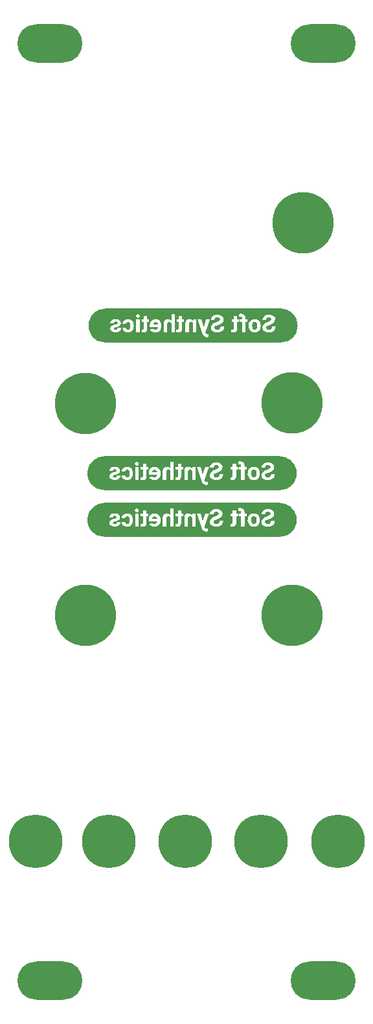
<source format=gbr>
%TF.GenerationSoftware,KiCad,Pcbnew,(6.0.8)*%
%TF.CreationDate,2023-04-30T16:13:03+01:00*%
%TF.ProjectId,Panel,50616e65-6c2e-46b6-9963-61645f706362,rev?*%
%TF.SameCoordinates,Original*%
%TF.FileFunction,Soldermask,Bot*%
%TF.FilePolarity,Negative*%
%FSLAX46Y46*%
G04 Gerber Fmt 4.6, Leading zero omitted, Abs format (unit mm)*
G04 Created by KiCad (PCBNEW (6.0.8)) date 2023-04-30 16:13:03*
%MOMM*%
%LPD*%
G01*
G04 APERTURE LIST*
%ADD10O,8.500000X5.000000*%
%ADD11C,8.000000*%
%ADD12C,7.000000*%
G04 APERTURE END LIST*
%TO.C,kibuzzard-644E6FAF*%
G36*
X125219566Y-72427473D02*
G01*
X125005315Y-72395692D01*
X124795212Y-72343063D01*
X124591278Y-72270095D01*
X124395479Y-72177489D01*
X124209700Y-72066137D01*
X124035730Y-71937112D01*
X123875244Y-71791656D01*
X123729788Y-71631170D01*
X123600762Y-71457199D01*
X123489410Y-71271420D01*
X123396804Y-71075621D01*
X123323836Y-70871687D01*
X123271208Y-70661584D01*
X123264598Y-70617023D01*
X126097358Y-70617023D01*
X126146579Y-70824568D01*
X126294245Y-70988318D01*
X126438250Y-71067125D01*
X126607748Y-71114409D01*
X126802741Y-71130170D01*
X127001760Y-71111373D01*
X127177137Y-71054981D01*
X127323058Y-70965839D01*
X127433710Y-70848792D01*
X127503473Y-70712560D01*
X127526728Y-70565863D01*
X127101947Y-70565863D01*
X127013581Y-70748798D01*
X126793439Y-70812360D01*
X126598877Y-70763526D01*
X126532990Y-70635626D01*
X126606095Y-70519354D01*
X127697260Y-70519354D01*
X127721289Y-70682717D01*
X127790277Y-70831739D01*
X127898604Y-70957700D01*
X128040650Y-71051880D01*
X128207888Y-71110597D01*
X128391791Y-71130170D01*
X128614689Y-71104762D01*
X128803825Y-71028540D01*
X128959198Y-70901502D01*
X129074609Y-70729678D01*
X129143855Y-70519096D01*
X129166938Y-70269757D01*
X129166938Y-70240302D01*
X129144028Y-69999317D01*
X129075298Y-69793128D01*
X128960749Y-69621735D01*
X128806236Y-69493405D01*
X128630698Y-69421747D01*
X129466144Y-69421747D01*
X129466144Y-71099164D01*
X129915729Y-71099164D01*
X129915729Y-71089862D01*
X130171527Y-71089862D01*
X130305240Y-71120093D01*
X130442829Y-71130170D01*
X130649599Y-71100424D01*
X130798621Y-71011185D01*
X130889894Y-70862454D01*
X130923420Y-70654230D01*
X130923420Y-70406183D01*
X131266034Y-70406183D01*
X132334186Y-70406183D01*
X132290584Y-70554236D01*
X132203186Y-70669733D01*
X132079357Y-70744147D01*
X131926459Y-70768952D01*
X131695853Y-70722055D01*
X131521833Y-70581366D01*
X131301691Y-70827863D01*
X131420288Y-70954793D01*
X131574543Y-71050330D01*
X131755927Y-71110210D01*
X131955915Y-71130170D01*
X132186650Y-71105021D01*
X132202195Y-71099164D01*
X133065924Y-71099164D01*
X133513959Y-71099164D01*
X133513959Y-70037213D01*
X133575971Y-69824048D01*
X133782160Y-69755060D01*
X133951917Y-69793042D01*
X134067414Y-69906989D01*
X134067414Y-71099164D01*
X134515448Y-71099164D01*
X134515448Y-71089862D01*
X134737140Y-71089862D01*
X134870853Y-71120093D01*
X135008442Y-71130170D01*
X135215212Y-71100424D01*
X135217316Y-71099164D01*
X135916913Y-71099164D01*
X136364948Y-71099164D01*
X136364948Y-70026361D01*
X136426960Y-69819397D01*
X136633149Y-69755060D01*
X136798642Y-69795368D01*
X136916852Y-69916291D01*
X136916852Y-71099164D01*
X137364887Y-71099164D01*
X137364887Y-69421747D01*
X137532318Y-69421747D01*
X138206696Y-71359613D01*
X138243903Y-71447980D01*
X138365859Y-71630570D01*
X138531224Y-71740124D01*
X138739997Y-71776642D01*
X138938434Y-71747187D01*
X138938434Y-71407672D01*
X138870221Y-71409223D01*
X138680310Y-71370465D01*
X138581867Y-71241791D01*
X138529157Y-71103815D01*
X138738729Y-70503852D01*
X139234540Y-70503852D01*
X139259173Y-70685150D01*
X139333070Y-70838370D01*
X139456232Y-70963513D01*
X139621080Y-71056100D01*
X139820034Y-71111653D01*
X140053095Y-71130170D01*
X140301917Y-71106334D01*
X140353878Y-71089862D01*
X141924298Y-71089862D01*
X142058011Y-71120093D01*
X142195600Y-71130170D01*
X142402370Y-71100424D01*
X142551392Y-71011185D01*
X142642665Y-70862454D01*
X142676191Y-70654230D01*
X142676191Y-69750409D01*
X142921137Y-69750409D01*
X142921137Y-69421747D01*
X142676191Y-69421747D01*
X142676191Y-69009369D01*
X142228156Y-69009369D01*
X142228156Y-69421747D01*
X141941352Y-69421747D01*
X141941352Y-69750409D01*
X142228156Y-69750409D01*
X142228156Y-70587567D01*
X142192499Y-70720893D01*
X142056073Y-70761200D01*
X141924298Y-70750348D01*
X141924298Y-71089862D01*
X140353878Y-71089862D01*
X140527485Y-71034827D01*
X140716039Y-70921849D01*
X140853821Y-70773603D01*
X140938118Y-70594544D01*
X140966217Y-70389130D01*
X140499579Y-70389130D01*
X140471674Y-70552589D01*
X140387958Y-70669345D01*
X140248432Y-70739399D01*
X140053095Y-70762750D01*
X139905429Y-70745891D01*
X139794196Y-70695313D01*
X139701178Y-70506952D01*
X139794196Y-70304639D01*
X139924421Y-70232163D01*
X140129059Y-70155811D01*
X140345713Y-70078102D01*
X140511982Y-70001557D01*
X140725577Y-69847044D01*
X140853735Y-69660492D01*
X140896454Y-69441901D01*
X140870681Y-69268849D01*
X140793360Y-69115564D01*
X140667786Y-68987859D01*
X140497254Y-68891547D01*
X140292421Y-68831085D01*
X140063947Y-68810932D01*
X139835279Y-68832830D01*
X139632965Y-68898523D01*
X139464952Y-69004137D01*
X139339185Y-69145795D01*
X139260701Y-69316327D01*
X139234540Y-69508563D01*
X139699628Y-69508563D01*
X139724045Y-69370781D01*
X139797297Y-69267493D01*
X139914731Y-69202962D01*
X140071698Y-69181452D01*
X140223240Y-69199474D01*
X140336798Y-69253540D01*
X140431366Y-69443451D01*
X140320520Y-69627936D01*
X140183513Y-69700025D01*
X139994184Y-69767462D01*
X139753544Y-69853418D01*
X139560791Y-69952120D01*
X139415924Y-70063568D01*
X139279886Y-70262006D01*
X139234540Y-70503852D01*
X138738729Y-70503852D01*
X139116718Y-69421747D01*
X138634577Y-69421747D01*
X138322968Y-70465094D01*
X138012909Y-69421747D01*
X137532318Y-69421747D01*
X137364887Y-69421747D01*
X136943207Y-69421747D01*
X136929255Y-69615534D01*
X136795757Y-69490649D01*
X136635043Y-69415718D01*
X136447113Y-69390741D01*
X136214569Y-69429886D01*
X136050238Y-69547321D01*
X135951795Y-69742658D01*
X135916913Y-70015509D01*
X135916913Y-71099164D01*
X135217316Y-71099164D01*
X135364234Y-71011185D01*
X135455507Y-70862454D01*
X135489032Y-70654230D01*
X135489032Y-69750409D01*
X135733979Y-69750409D01*
X135733979Y-69421747D01*
X135489032Y-69421747D01*
X135489032Y-69009369D01*
X135040998Y-69009369D01*
X135040998Y-69421747D01*
X134754193Y-69421747D01*
X134754193Y-69750409D01*
X135040998Y-69750409D01*
X135040998Y-70587567D01*
X135005341Y-70720893D01*
X134868915Y-70761200D01*
X134737140Y-70750348D01*
X134737140Y-71089862D01*
X134515448Y-71089862D01*
X134515448Y-68717914D01*
X134067414Y-68717914D01*
X134067414Y-69604682D01*
X133938395Y-69485826D01*
X133789050Y-69414512D01*
X133619379Y-69390741D01*
X133422616Y-69416104D01*
X133268889Y-69492192D01*
X133158198Y-69619006D01*
X133090543Y-69796546D01*
X133065924Y-70024811D01*
X133065924Y-71099164D01*
X132202195Y-71099164D01*
X132386896Y-71029573D01*
X132556653Y-70903827D01*
X132685414Y-70736223D01*
X132762670Y-70535202D01*
X132788422Y-70300763D01*
X132788422Y-70257355D01*
X132764005Y-70018029D01*
X132690754Y-69805445D01*
X132572737Y-69629099D01*
X132414026Y-69498487D01*
X132222371Y-69417678D01*
X132005524Y-69390741D01*
X131792359Y-69414857D01*
X131611750Y-69487204D01*
X131463697Y-69607782D01*
X131353884Y-69772630D01*
X131287997Y-69977785D01*
X131266034Y-70223249D01*
X131266034Y-70406183D01*
X130923420Y-70406183D01*
X130923420Y-69750409D01*
X131168366Y-69750409D01*
X131168366Y-69421747D01*
X130923420Y-69421747D01*
X130923420Y-69009369D01*
X130475385Y-69009369D01*
X130475385Y-69421747D01*
X130188581Y-69421747D01*
X130188581Y-69750409D01*
X130475385Y-69750409D01*
X130475385Y-70587567D01*
X130439728Y-70720893D01*
X130303302Y-70761200D01*
X130171527Y-70750348D01*
X130171527Y-71089862D01*
X129915729Y-71089862D01*
X129915729Y-69421747D01*
X129466144Y-69421747D01*
X128630698Y-69421747D01*
X128617617Y-69416407D01*
X128394892Y-69390741D01*
X128198952Y-69410637D01*
X128030745Y-69470323D01*
X127890271Y-69569800D01*
X127784421Y-69702350D01*
X127720084Y-69861255D01*
X127697260Y-70046515D01*
X128117389Y-70046515D01*
X128198005Y-69834900D01*
X128402643Y-69753510D01*
X128540038Y-69781996D01*
X128639063Y-69867456D01*
X128698943Y-70016866D01*
X128718903Y-70237201D01*
X128718903Y-70283710D01*
X128699137Y-70506177D01*
X128639838Y-70655780D01*
X128540232Y-70740659D01*
X128399543Y-70768952D01*
X128198005Y-70700739D01*
X128117389Y-70519354D01*
X127697260Y-70519354D01*
X126606095Y-70519354D01*
X126614380Y-70506177D01*
X126720382Y-70461412D01*
X126875605Y-70421686D01*
X127137410Y-70342815D01*
X127324414Y-70231775D01*
X127436617Y-70088567D01*
X127474018Y-69913190D01*
X127427703Y-69708357D01*
X127288758Y-69540344D01*
X127152590Y-69457232D01*
X126991101Y-69407364D01*
X126804291Y-69390741D01*
X126605595Y-69407450D01*
X126435321Y-69457576D01*
X126293470Y-69541120D01*
X126149874Y-69713977D01*
X126102008Y-69931793D01*
X126550043Y-69931793D01*
X126612055Y-69772888D01*
X126805841Y-69710102D01*
X126981025Y-69761261D01*
X127043036Y-69891486D01*
X126972498Y-70011634D01*
X126734528Y-70090698D01*
X126580274Y-70126161D01*
X126452375Y-70165888D01*
X126255143Y-70273891D01*
X126136804Y-70424270D01*
X126097358Y-70617023D01*
X123264598Y-70617023D01*
X123239427Y-70447334D01*
X123228799Y-70231000D01*
X123239427Y-70014666D01*
X123271208Y-69800416D01*
X123323836Y-69590313D01*
X123396804Y-69386379D01*
X123489410Y-69190580D01*
X123600762Y-69004801D01*
X123613471Y-68987665D01*
X129439789Y-68987665D01*
X129508777Y-69155097D01*
X129690937Y-69220209D01*
X129873096Y-69155097D01*
X129942084Y-68987665D01*
X129874646Y-68821784D01*
X129690937Y-68756671D01*
X129508002Y-68821784D01*
X129439789Y-68987665D01*
X123613471Y-68987665D01*
X123729788Y-68830830D01*
X123833534Y-68716364D01*
X142936640Y-68716364D01*
X142941291Y-69063629D01*
X143077716Y-69049677D01*
X143267240Y-69108975D01*
X143330414Y-69286872D01*
X143330414Y-69421747D01*
X142997101Y-69421747D01*
X142997101Y-69750409D01*
X143330414Y-69750409D01*
X143330414Y-71099164D01*
X143779999Y-71099164D01*
X143779999Y-70277509D01*
X144178424Y-70277509D01*
X144202368Y-70517890D01*
X144274198Y-70724338D01*
X144393915Y-70896851D01*
X144553940Y-71026473D01*
X144746693Y-71104246D01*
X144972174Y-71130170D01*
X145197742Y-71104332D01*
X145390754Y-71026817D01*
X145551209Y-70897626D01*
X145671357Y-70723993D01*
X145743445Y-70513153D01*
X145744346Y-70503852D01*
X145982965Y-70503852D01*
X146007598Y-70685150D01*
X146081495Y-70838370D01*
X146204657Y-70963513D01*
X146369505Y-71056100D01*
X146568459Y-71111653D01*
X146801520Y-71130170D01*
X147050342Y-71106334D01*
X147275910Y-71034827D01*
X147464464Y-70921849D01*
X147602246Y-70773603D01*
X147686544Y-70594544D01*
X147714643Y-70389130D01*
X147248005Y-70389130D01*
X147220099Y-70552589D01*
X147136383Y-70669345D01*
X146996857Y-70739399D01*
X146801520Y-70762750D01*
X146653855Y-70745891D01*
X146542621Y-70695313D01*
X146449604Y-70506952D01*
X146542621Y-70304639D01*
X146672846Y-70232163D01*
X146877485Y-70155811D01*
X147094138Y-70078102D01*
X147260407Y-70001557D01*
X147474003Y-69847044D01*
X147602160Y-69660492D01*
X147644880Y-69441901D01*
X147619106Y-69268849D01*
X147541785Y-69115564D01*
X147416211Y-68987859D01*
X147245679Y-68891547D01*
X147040847Y-68831085D01*
X146812372Y-68810932D01*
X146583704Y-68832830D01*
X146381391Y-68898523D01*
X146213378Y-69004137D01*
X146087610Y-69145795D01*
X146009127Y-69316327D01*
X145982965Y-69508563D01*
X146448053Y-69508563D01*
X146472470Y-69370781D01*
X146545722Y-69267493D01*
X146663157Y-69202962D01*
X146820124Y-69181452D01*
X146971665Y-69199474D01*
X147085224Y-69253540D01*
X147179792Y-69443451D01*
X147068946Y-69627936D01*
X146931939Y-69700025D01*
X146742609Y-69767462D01*
X146501969Y-69853418D01*
X146309216Y-69952120D01*
X146164350Y-70063568D01*
X146028312Y-70262006D01*
X145982965Y-70503852D01*
X145744346Y-70503852D01*
X145767475Y-70265106D01*
X145767475Y-70244953D01*
X145743445Y-70008921D01*
X145671357Y-69800019D01*
X145554116Y-69626773D01*
X145394629Y-69497711D01*
X145199486Y-69417484D01*
X144975275Y-69390741D01*
X144762799Y-69413823D01*
X144578056Y-69483070D01*
X144421045Y-69598480D01*
X144299003Y-69753510D01*
X144219163Y-69941612D01*
X144181525Y-70162787D01*
X144178424Y-70277509D01*
X143779999Y-70277509D01*
X143779999Y-69750409D01*
X144029596Y-69750409D01*
X144029596Y-69421747D01*
X143779999Y-69421747D01*
X143779999Y-69279120D01*
X143739498Y-69028554D01*
X143617994Y-68841162D01*
X143423626Y-68724309D01*
X143164533Y-68685358D01*
X142936640Y-68716364D01*
X123833534Y-68716364D01*
X123875244Y-68670344D01*
X124035730Y-68524888D01*
X124209700Y-68395863D01*
X124395479Y-68284511D01*
X124591278Y-68191905D01*
X124795212Y-68118937D01*
X125005315Y-68066308D01*
X125219566Y-68034527D01*
X125435899Y-68023900D01*
X148376101Y-68023900D01*
X148592435Y-68034527D01*
X148806685Y-68066308D01*
X149016788Y-68118937D01*
X149220722Y-68191905D01*
X149416521Y-68284511D01*
X149602300Y-68395863D01*
X149776271Y-68524888D01*
X149936757Y-68670344D01*
X150082213Y-68830830D01*
X150211238Y-69004801D01*
X150322590Y-69190580D01*
X150415196Y-69386379D01*
X150488164Y-69590313D01*
X150540792Y-69800416D01*
X150572573Y-70014666D01*
X150583201Y-70231000D01*
X150572573Y-70447334D01*
X150540792Y-70661584D01*
X150488164Y-70871687D01*
X150415196Y-71075621D01*
X150322590Y-71271420D01*
X150211238Y-71457199D01*
X150082213Y-71631170D01*
X149936757Y-71791656D01*
X149776271Y-71937112D01*
X149602300Y-72066137D01*
X149416521Y-72177489D01*
X149220722Y-72270095D01*
X149016788Y-72343063D01*
X148806685Y-72395692D01*
X148592435Y-72427473D01*
X148376101Y-72438100D01*
X125435899Y-72438100D01*
X125219566Y-72427473D01*
G37*
G36*
X145121003Y-69785485D02*
G01*
X145229523Y-69881409D01*
X145296961Y-70044383D01*
X145319440Y-70277509D01*
X145296961Y-70488155D01*
X145229523Y-70642603D01*
X145120227Y-70737364D01*
X144972174Y-70768952D01*
X144827222Y-70737752D01*
X144717926Y-70644153D01*
X144649326Y-70481954D01*
X144626459Y-70244953D01*
X144649326Y-70037213D01*
X144717926Y-69882184D01*
X144827997Y-69785678D01*
X144975275Y-69753510D01*
X145121003Y-69785485D01*
G37*
G36*
X132223340Y-69843427D02*
G01*
X132291359Y-69952722D01*
X132329535Y-70100775D01*
X131706318Y-70100775D01*
X131706318Y-70065119D01*
X131786933Y-69834900D01*
X132007074Y-69753510D01*
X132223340Y-69843427D01*
G37*
G36*
X125092566Y-97827473D02*
G01*
X124878315Y-97795692D01*
X124668212Y-97743063D01*
X124464278Y-97670095D01*
X124268479Y-97577489D01*
X124082700Y-97466137D01*
X123908730Y-97337112D01*
X123748244Y-97191656D01*
X123602788Y-97031170D01*
X123473762Y-96857199D01*
X123362410Y-96671420D01*
X123269804Y-96475621D01*
X123196836Y-96271687D01*
X123144208Y-96061584D01*
X123137598Y-96017023D01*
X125970358Y-96017023D01*
X126019579Y-96224568D01*
X126167245Y-96388318D01*
X126311250Y-96467125D01*
X126480748Y-96514409D01*
X126675741Y-96530170D01*
X126874760Y-96511373D01*
X127050137Y-96454981D01*
X127196058Y-96365839D01*
X127306710Y-96248792D01*
X127376473Y-96112560D01*
X127399728Y-95965863D01*
X126974947Y-95965863D01*
X126886581Y-96148798D01*
X126666439Y-96212360D01*
X126471877Y-96163526D01*
X126405990Y-96035626D01*
X126479095Y-95919354D01*
X127570260Y-95919354D01*
X127594289Y-96082717D01*
X127663277Y-96231739D01*
X127771604Y-96357700D01*
X127913650Y-96451880D01*
X128080888Y-96510597D01*
X128264791Y-96530170D01*
X128487689Y-96504762D01*
X128676825Y-96428540D01*
X128832198Y-96301502D01*
X128947609Y-96129678D01*
X129016855Y-95919096D01*
X129039938Y-95669757D01*
X129039938Y-95640302D01*
X129017028Y-95399317D01*
X128948298Y-95193128D01*
X128833749Y-95021735D01*
X128679236Y-94893405D01*
X128503698Y-94821747D01*
X129339144Y-94821747D01*
X129339144Y-96499164D01*
X129788729Y-96499164D01*
X129788729Y-96489862D01*
X130044527Y-96489862D01*
X130178240Y-96520093D01*
X130315829Y-96530170D01*
X130522599Y-96500424D01*
X130671621Y-96411185D01*
X130762894Y-96262454D01*
X130796420Y-96054230D01*
X130796420Y-95806183D01*
X131139034Y-95806183D01*
X132207186Y-95806183D01*
X132163584Y-95954236D01*
X132076186Y-96069733D01*
X131952357Y-96144147D01*
X131799459Y-96168952D01*
X131568853Y-96122055D01*
X131394833Y-95981366D01*
X131174691Y-96227863D01*
X131293288Y-96354793D01*
X131447543Y-96450330D01*
X131628927Y-96510210D01*
X131828915Y-96530170D01*
X132059650Y-96505021D01*
X132075195Y-96499164D01*
X132938924Y-96499164D01*
X133386959Y-96499164D01*
X133386959Y-95437213D01*
X133448971Y-95224048D01*
X133655160Y-95155060D01*
X133824917Y-95193042D01*
X133940414Y-95306989D01*
X133940414Y-96499164D01*
X134388448Y-96499164D01*
X134388448Y-96489862D01*
X134610140Y-96489862D01*
X134743853Y-96520093D01*
X134881442Y-96530170D01*
X135088212Y-96500424D01*
X135090316Y-96499164D01*
X135789913Y-96499164D01*
X136237948Y-96499164D01*
X136237948Y-95426361D01*
X136299960Y-95219397D01*
X136506149Y-95155060D01*
X136671642Y-95195368D01*
X136789852Y-95316291D01*
X136789852Y-96499164D01*
X137237887Y-96499164D01*
X137237887Y-94821747D01*
X137405318Y-94821747D01*
X138079696Y-96759613D01*
X138116903Y-96847980D01*
X138238859Y-97030570D01*
X138404224Y-97140124D01*
X138612997Y-97176642D01*
X138811434Y-97147187D01*
X138811434Y-96807672D01*
X138743221Y-96809223D01*
X138553310Y-96770465D01*
X138454867Y-96641791D01*
X138402157Y-96503815D01*
X138611729Y-95903852D01*
X139107540Y-95903852D01*
X139132173Y-96085150D01*
X139206070Y-96238370D01*
X139329232Y-96363513D01*
X139494080Y-96456100D01*
X139693034Y-96511653D01*
X139926095Y-96530170D01*
X140174917Y-96506334D01*
X140226878Y-96489862D01*
X141797298Y-96489862D01*
X141931011Y-96520093D01*
X142068600Y-96530170D01*
X142275370Y-96500424D01*
X142424392Y-96411185D01*
X142515665Y-96262454D01*
X142549191Y-96054230D01*
X142549191Y-95150409D01*
X142794137Y-95150409D01*
X142794137Y-94821747D01*
X142549191Y-94821747D01*
X142549191Y-94409369D01*
X142101156Y-94409369D01*
X142101156Y-94821747D01*
X141814352Y-94821747D01*
X141814352Y-95150409D01*
X142101156Y-95150409D01*
X142101156Y-95987567D01*
X142065499Y-96120893D01*
X141929073Y-96161200D01*
X141797298Y-96150348D01*
X141797298Y-96489862D01*
X140226878Y-96489862D01*
X140400485Y-96434827D01*
X140589039Y-96321849D01*
X140726821Y-96173603D01*
X140811118Y-95994544D01*
X140839217Y-95789130D01*
X140372579Y-95789130D01*
X140344674Y-95952589D01*
X140260958Y-96069345D01*
X140121432Y-96139399D01*
X139926095Y-96162750D01*
X139778429Y-96145891D01*
X139667196Y-96095313D01*
X139574178Y-95906952D01*
X139667196Y-95704639D01*
X139797421Y-95632163D01*
X140002059Y-95555811D01*
X140218713Y-95478102D01*
X140384982Y-95401557D01*
X140598577Y-95247044D01*
X140726735Y-95060492D01*
X140769454Y-94841901D01*
X140743681Y-94668849D01*
X140666360Y-94515564D01*
X140540786Y-94387859D01*
X140370254Y-94291547D01*
X140165421Y-94231085D01*
X139936947Y-94210932D01*
X139708279Y-94232830D01*
X139505965Y-94298523D01*
X139337952Y-94404137D01*
X139212185Y-94545795D01*
X139133701Y-94716327D01*
X139107540Y-94908563D01*
X139572628Y-94908563D01*
X139597045Y-94770781D01*
X139670297Y-94667493D01*
X139787731Y-94602962D01*
X139944698Y-94581452D01*
X140096240Y-94599474D01*
X140209798Y-94653540D01*
X140304366Y-94843451D01*
X140193520Y-95027936D01*
X140056513Y-95100025D01*
X139867184Y-95167462D01*
X139626544Y-95253418D01*
X139433791Y-95352120D01*
X139288924Y-95463568D01*
X139152886Y-95662006D01*
X139107540Y-95903852D01*
X138611729Y-95903852D01*
X138989718Y-94821747D01*
X138507577Y-94821747D01*
X138195968Y-95865094D01*
X137885909Y-94821747D01*
X137405318Y-94821747D01*
X137237887Y-94821747D01*
X136816207Y-94821747D01*
X136802255Y-95015534D01*
X136668757Y-94890649D01*
X136508043Y-94815718D01*
X136320113Y-94790741D01*
X136087569Y-94829886D01*
X135923238Y-94947321D01*
X135824795Y-95142658D01*
X135789913Y-95415509D01*
X135789913Y-96499164D01*
X135090316Y-96499164D01*
X135237234Y-96411185D01*
X135328507Y-96262454D01*
X135362032Y-96054230D01*
X135362032Y-95150409D01*
X135606979Y-95150409D01*
X135606979Y-94821747D01*
X135362032Y-94821747D01*
X135362032Y-94409369D01*
X134913998Y-94409369D01*
X134913998Y-94821747D01*
X134627193Y-94821747D01*
X134627193Y-95150409D01*
X134913998Y-95150409D01*
X134913998Y-95987567D01*
X134878341Y-96120893D01*
X134741915Y-96161200D01*
X134610140Y-96150348D01*
X134610140Y-96489862D01*
X134388448Y-96489862D01*
X134388448Y-94117914D01*
X133940414Y-94117914D01*
X133940414Y-95004682D01*
X133811395Y-94885826D01*
X133662050Y-94814512D01*
X133492379Y-94790741D01*
X133295616Y-94816104D01*
X133141889Y-94892192D01*
X133031198Y-95019006D01*
X132963543Y-95196546D01*
X132938924Y-95424811D01*
X132938924Y-96499164D01*
X132075195Y-96499164D01*
X132259896Y-96429573D01*
X132429653Y-96303827D01*
X132558414Y-96136223D01*
X132635670Y-95935202D01*
X132661422Y-95700763D01*
X132661422Y-95657355D01*
X132637005Y-95418029D01*
X132563754Y-95205445D01*
X132445737Y-95029099D01*
X132287026Y-94898487D01*
X132095371Y-94817678D01*
X131878524Y-94790741D01*
X131665359Y-94814857D01*
X131484750Y-94887204D01*
X131336697Y-95007782D01*
X131226884Y-95172630D01*
X131160997Y-95377785D01*
X131139034Y-95623249D01*
X131139034Y-95806183D01*
X130796420Y-95806183D01*
X130796420Y-95150409D01*
X131041366Y-95150409D01*
X131041366Y-94821747D01*
X130796420Y-94821747D01*
X130796420Y-94409369D01*
X130348385Y-94409369D01*
X130348385Y-94821747D01*
X130061581Y-94821747D01*
X130061581Y-95150409D01*
X130348385Y-95150409D01*
X130348385Y-95987567D01*
X130312728Y-96120893D01*
X130176302Y-96161200D01*
X130044527Y-96150348D01*
X130044527Y-96489862D01*
X129788729Y-96489862D01*
X129788729Y-94821747D01*
X129339144Y-94821747D01*
X128503698Y-94821747D01*
X128490617Y-94816407D01*
X128267892Y-94790741D01*
X128071952Y-94810637D01*
X127903745Y-94870323D01*
X127763271Y-94969800D01*
X127657421Y-95102350D01*
X127593084Y-95261255D01*
X127570260Y-95446515D01*
X127990389Y-95446515D01*
X128071005Y-95234900D01*
X128275643Y-95153510D01*
X128413038Y-95181996D01*
X128512063Y-95267456D01*
X128571943Y-95416866D01*
X128591903Y-95637201D01*
X128591903Y-95683710D01*
X128572137Y-95906177D01*
X128512838Y-96055780D01*
X128413232Y-96140659D01*
X128272543Y-96168952D01*
X128071005Y-96100739D01*
X127990389Y-95919354D01*
X127570260Y-95919354D01*
X126479095Y-95919354D01*
X126487380Y-95906177D01*
X126593382Y-95861412D01*
X126748605Y-95821686D01*
X127010410Y-95742815D01*
X127197414Y-95631775D01*
X127309617Y-95488567D01*
X127347018Y-95313190D01*
X127300703Y-95108357D01*
X127161758Y-94940344D01*
X127025590Y-94857232D01*
X126864101Y-94807364D01*
X126677291Y-94790741D01*
X126478595Y-94807450D01*
X126308321Y-94857576D01*
X126166470Y-94941120D01*
X126022874Y-95113977D01*
X125975008Y-95331793D01*
X126423043Y-95331793D01*
X126485055Y-95172888D01*
X126678841Y-95110102D01*
X126854025Y-95161261D01*
X126916036Y-95291486D01*
X126845498Y-95411634D01*
X126607528Y-95490698D01*
X126453274Y-95526161D01*
X126325375Y-95565888D01*
X126128143Y-95673891D01*
X126009804Y-95824270D01*
X125970358Y-96017023D01*
X123137598Y-96017023D01*
X123112427Y-95847334D01*
X123101799Y-95631000D01*
X123112427Y-95414666D01*
X123144208Y-95200416D01*
X123196836Y-94990313D01*
X123269804Y-94786379D01*
X123362410Y-94590580D01*
X123473762Y-94404801D01*
X123486471Y-94387665D01*
X129312789Y-94387665D01*
X129381777Y-94555097D01*
X129563937Y-94620209D01*
X129746096Y-94555097D01*
X129815084Y-94387665D01*
X129747646Y-94221784D01*
X129563937Y-94156671D01*
X129381002Y-94221784D01*
X129312789Y-94387665D01*
X123486471Y-94387665D01*
X123602788Y-94230830D01*
X123706534Y-94116364D01*
X142809640Y-94116364D01*
X142814291Y-94463629D01*
X142950716Y-94449677D01*
X143140240Y-94508975D01*
X143203414Y-94686872D01*
X143203414Y-94821747D01*
X142870101Y-94821747D01*
X142870101Y-95150409D01*
X143203414Y-95150409D01*
X143203414Y-96499164D01*
X143652999Y-96499164D01*
X143652999Y-95677509D01*
X144051424Y-95677509D01*
X144075368Y-95917890D01*
X144147198Y-96124338D01*
X144266915Y-96296851D01*
X144426940Y-96426473D01*
X144619693Y-96504246D01*
X144845174Y-96530170D01*
X145070742Y-96504332D01*
X145263754Y-96426817D01*
X145424209Y-96297626D01*
X145544357Y-96123993D01*
X145616445Y-95913153D01*
X145617346Y-95903852D01*
X145855965Y-95903852D01*
X145880598Y-96085150D01*
X145954495Y-96238370D01*
X146077657Y-96363513D01*
X146242505Y-96456100D01*
X146441459Y-96511653D01*
X146674520Y-96530170D01*
X146923342Y-96506334D01*
X147148910Y-96434827D01*
X147337464Y-96321849D01*
X147475246Y-96173603D01*
X147559544Y-95994544D01*
X147587643Y-95789130D01*
X147121005Y-95789130D01*
X147093099Y-95952589D01*
X147009383Y-96069345D01*
X146869857Y-96139399D01*
X146674520Y-96162750D01*
X146526855Y-96145891D01*
X146415621Y-96095313D01*
X146322604Y-95906952D01*
X146415621Y-95704639D01*
X146545846Y-95632163D01*
X146750485Y-95555811D01*
X146967138Y-95478102D01*
X147133407Y-95401557D01*
X147347003Y-95247044D01*
X147475160Y-95060492D01*
X147517880Y-94841901D01*
X147492106Y-94668849D01*
X147414785Y-94515564D01*
X147289211Y-94387859D01*
X147118679Y-94291547D01*
X146913847Y-94231085D01*
X146685372Y-94210932D01*
X146456704Y-94232830D01*
X146254391Y-94298523D01*
X146086378Y-94404137D01*
X145960610Y-94545795D01*
X145882127Y-94716327D01*
X145855965Y-94908563D01*
X146321053Y-94908563D01*
X146345470Y-94770781D01*
X146418722Y-94667493D01*
X146536157Y-94602962D01*
X146693124Y-94581452D01*
X146844665Y-94599474D01*
X146958224Y-94653540D01*
X147052792Y-94843451D01*
X146941946Y-95027936D01*
X146804939Y-95100025D01*
X146615609Y-95167462D01*
X146374969Y-95253418D01*
X146182216Y-95352120D01*
X146037350Y-95463568D01*
X145901312Y-95662006D01*
X145855965Y-95903852D01*
X145617346Y-95903852D01*
X145640475Y-95665106D01*
X145640475Y-95644953D01*
X145616445Y-95408921D01*
X145544357Y-95200019D01*
X145427116Y-95026773D01*
X145267629Y-94897711D01*
X145072486Y-94817484D01*
X144848275Y-94790741D01*
X144635799Y-94813823D01*
X144451056Y-94883070D01*
X144294045Y-94998480D01*
X144172003Y-95153510D01*
X144092163Y-95341612D01*
X144054525Y-95562787D01*
X144051424Y-95677509D01*
X143652999Y-95677509D01*
X143652999Y-95150409D01*
X143902596Y-95150409D01*
X143902596Y-94821747D01*
X143652999Y-94821747D01*
X143652999Y-94679120D01*
X143612498Y-94428554D01*
X143490994Y-94241162D01*
X143296626Y-94124309D01*
X143037533Y-94085358D01*
X142809640Y-94116364D01*
X123706534Y-94116364D01*
X123748244Y-94070344D01*
X123908730Y-93924888D01*
X124082700Y-93795863D01*
X124268479Y-93684511D01*
X124464278Y-93591905D01*
X124668212Y-93518937D01*
X124878315Y-93466308D01*
X125092566Y-93434527D01*
X125308899Y-93423900D01*
X148249101Y-93423900D01*
X148465435Y-93434527D01*
X148679685Y-93466308D01*
X148889788Y-93518937D01*
X149093722Y-93591905D01*
X149289521Y-93684511D01*
X149475300Y-93795863D01*
X149649271Y-93924888D01*
X149809757Y-94070344D01*
X149955213Y-94230830D01*
X150084238Y-94404801D01*
X150195590Y-94590580D01*
X150288196Y-94786379D01*
X150361164Y-94990313D01*
X150413792Y-95200416D01*
X150445573Y-95414666D01*
X150456201Y-95631000D01*
X150445573Y-95847334D01*
X150413792Y-96061584D01*
X150361164Y-96271687D01*
X150288196Y-96475621D01*
X150195590Y-96671420D01*
X150084238Y-96857199D01*
X149955213Y-97031170D01*
X149809757Y-97191656D01*
X149649271Y-97337112D01*
X149475300Y-97466137D01*
X149289521Y-97577489D01*
X149093722Y-97670095D01*
X148889788Y-97743063D01*
X148679685Y-97795692D01*
X148465435Y-97827473D01*
X148249101Y-97838100D01*
X125308899Y-97838100D01*
X125092566Y-97827473D01*
G37*
G36*
X144994003Y-95185485D02*
G01*
X145102523Y-95281409D01*
X145169961Y-95444383D01*
X145192440Y-95677509D01*
X145169961Y-95888155D01*
X145102523Y-96042603D01*
X144993227Y-96137364D01*
X144845174Y-96168952D01*
X144700222Y-96137752D01*
X144590926Y-96044153D01*
X144522326Y-95881954D01*
X144499459Y-95644953D01*
X144522326Y-95437213D01*
X144590926Y-95282184D01*
X144700997Y-95185678D01*
X144848275Y-95153510D01*
X144994003Y-95185485D01*
G37*
G36*
X132096340Y-95243427D02*
G01*
X132164359Y-95352722D01*
X132202535Y-95500775D01*
X131579318Y-95500775D01*
X131579318Y-95465119D01*
X131659933Y-95234900D01*
X131880074Y-95153510D01*
X132096340Y-95243427D01*
G37*
G36*
X125092566Y-91731473D02*
G01*
X124878315Y-91699692D01*
X124668212Y-91647063D01*
X124464278Y-91574095D01*
X124268479Y-91481489D01*
X124082700Y-91370137D01*
X123908730Y-91241112D01*
X123748244Y-91095656D01*
X123602788Y-90935170D01*
X123473762Y-90761199D01*
X123362410Y-90575420D01*
X123269804Y-90379621D01*
X123196836Y-90175687D01*
X123144208Y-89965584D01*
X123137598Y-89921023D01*
X125970358Y-89921023D01*
X126019579Y-90128568D01*
X126167245Y-90292318D01*
X126311250Y-90371125D01*
X126480748Y-90418409D01*
X126675741Y-90434170D01*
X126874760Y-90415373D01*
X127050137Y-90358981D01*
X127196058Y-90269839D01*
X127306710Y-90152792D01*
X127376473Y-90016560D01*
X127399728Y-89869863D01*
X126974947Y-89869863D01*
X126886581Y-90052798D01*
X126666439Y-90116360D01*
X126471877Y-90067526D01*
X126405990Y-89939626D01*
X126479095Y-89823354D01*
X127570260Y-89823354D01*
X127594289Y-89986717D01*
X127663277Y-90135739D01*
X127771604Y-90261700D01*
X127913650Y-90355880D01*
X128080888Y-90414597D01*
X128264791Y-90434170D01*
X128487689Y-90408762D01*
X128676825Y-90332540D01*
X128832198Y-90205502D01*
X128947609Y-90033678D01*
X129016855Y-89823096D01*
X129039938Y-89573757D01*
X129039938Y-89544302D01*
X129017028Y-89303317D01*
X128948298Y-89097128D01*
X128833749Y-88925735D01*
X128679236Y-88797405D01*
X128503698Y-88725747D01*
X129339144Y-88725747D01*
X129339144Y-90403164D01*
X129788729Y-90403164D01*
X129788729Y-90393862D01*
X130044527Y-90393862D01*
X130178240Y-90424093D01*
X130315829Y-90434170D01*
X130522599Y-90404424D01*
X130671621Y-90315185D01*
X130762894Y-90166454D01*
X130796420Y-89958230D01*
X130796420Y-89710183D01*
X131139034Y-89710183D01*
X132207186Y-89710183D01*
X132163584Y-89858236D01*
X132076186Y-89973733D01*
X131952357Y-90048147D01*
X131799459Y-90072952D01*
X131568853Y-90026055D01*
X131394833Y-89885366D01*
X131174691Y-90131863D01*
X131293288Y-90258793D01*
X131447543Y-90354330D01*
X131628927Y-90414210D01*
X131828915Y-90434170D01*
X132059650Y-90409021D01*
X132075195Y-90403164D01*
X132938924Y-90403164D01*
X133386959Y-90403164D01*
X133386959Y-89341213D01*
X133448971Y-89128048D01*
X133655160Y-89059060D01*
X133824917Y-89097042D01*
X133940414Y-89210989D01*
X133940414Y-90403164D01*
X134388448Y-90403164D01*
X134388448Y-90393862D01*
X134610140Y-90393862D01*
X134743853Y-90424093D01*
X134881442Y-90434170D01*
X135088212Y-90404424D01*
X135090316Y-90403164D01*
X135789913Y-90403164D01*
X136237948Y-90403164D01*
X136237948Y-89330361D01*
X136299960Y-89123397D01*
X136506149Y-89059060D01*
X136671642Y-89099368D01*
X136789852Y-89220291D01*
X136789852Y-90403164D01*
X137237887Y-90403164D01*
X137237887Y-88725747D01*
X137405318Y-88725747D01*
X138079696Y-90663613D01*
X138116903Y-90751980D01*
X138238859Y-90934570D01*
X138404224Y-91044124D01*
X138612997Y-91080642D01*
X138811434Y-91051187D01*
X138811434Y-90711672D01*
X138743221Y-90713223D01*
X138553310Y-90674465D01*
X138454867Y-90545791D01*
X138402157Y-90407815D01*
X138611729Y-89807852D01*
X139107540Y-89807852D01*
X139132173Y-89989150D01*
X139206070Y-90142370D01*
X139329232Y-90267513D01*
X139494080Y-90360100D01*
X139693034Y-90415653D01*
X139926095Y-90434170D01*
X140174917Y-90410334D01*
X140226878Y-90393862D01*
X141797298Y-90393862D01*
X141931011Y-90424093D01*
X142068600Y-90434170D01*
X142275370Y-90404424D01*
X142424392Y-90315185D01*
X142515665Y-90166454D01*
X142549191Y-89958230D01*
X142549191Y-89054409D01*
X142794137Y-89054409D01*
X142794137Y-88725747D01*
X142549191Y-88725747D01*
X142549191Y-88313369D01*
X142101156Y-88313369D01*
X142101156Y-88725747D01*
X141814352Y-88725747D01*
X141814352Y-89054409D01*
X142101156Y-89054409D01*
X142101156Y-89891567D01*
X142065499Y-90024893D01*
X141929073Y-90065200D01*
X141797298Y-90054348D01*
X141797298Y-90393862D01*
X140226878Y-90393862D01*
X140400485Y-90338827D01*
X140589039Y-90225849D01*
X140726821Y-90077603D01*
X140811118Y-89898544D01*
X140839217Y-89693130D01*
X140372579Y-89693130D01*
X140344674Y-89856589D01*
X140260958Y-89973345D01*
X140121432Y-90043399D01*
X139926095Y-90066750D01*
X139778429Y-90049891D01*
X139667196Y-89999313D01*
X139574178Y-89810952D01*
X139667196Y-89608639D01*
X139797421Y-89536163D01*
X140002059Y-89459811D01*
X140218713Y-89382102D01*
X140384982Y-89305557D01*
X140598577Y-89151044D01*
X140726735Y-88964492D01*
X140769454Y-88745901D01*
X140743681Y-88572849D01*
X140666360Y-88419564D01*
X140540786Y-88291859D01*
X140370254Y-88195547D01*
X140165421Y-88135085D01*
X139936947Y-88114932D01*
X139708279Y-88136830D01*
X139505965Y-88202523D01*
X139337952Y-88308137D01*
X139212185Y-88449795D01*
X139133701Y-88620327D01*
X139107540Y-88812563D01*
X139572628Y-88812563D01*
X139597045Y-88674781D01*
X139670297Y-88571493D01*
X139787731Y-88506962D01*
X139944698Y-88485452D01*
X140096240Y-88503474D01*
X140209798Y-88557540D01*
X140304366Y-88747451D01*
X140193520Y-88931936D01*
X140056513Y-89004025D01*
X139867184Y-89071462D01*
X139626544Y-89157418D01*
X139433791Y-89256120D01*
X139288924Y-89367568D01*
X139152886Y-89566006D01*
X139107540Y-89807852D01*
X138611729Y-89807852D01*
X138989718Y-88725747D01*
X138507577Y-88725747D01*
X138195968Y-89769094D01*
X137885909Y-88725747D01*
X137405318Y-88725747D01*
X137237887Y-88725747D01*
X136816207Y-88725747D01*
X136802255Y-88919534D01*
X136668757Y-88794649D01*
X136508043Y-88719718D01*
X136320113Y-88694741D01*
X136087569Y-88733886D01*
X135923238Y-88851321D01*
X135824795Y-89046658D01*
X135789913Y-89319509D01*
X135789913Y-90403164D01*
X135090316Y-90403164D01*
X135237234Y-90315185D01*
X135328507Y-90166454D01*
X135362032Y-89958230D01*
X135362032Y-89054409D01*
X135606979Y-89054409D01*
X135606979Y-88725747D01*
X135362032Y-88725747D01*
X135362032Y-88313369D01*
X134913998Y-88313369D01*
X134913998Y-88725747D01*
X134627193Y-88725747D01*
X134627193Y-89054409D01*
X134913998Y-89054409D01*
X134913998Y-89891567D01*
X134878341Y-90024893D01*
X134741915Y-90065200D01*
X134610140Y-90054348D01*
X134610140Y-90393862D01*
X134388448Y-90393862D01*
X134388448Y-88021914D01*
X133940414Y-88021914D01*
X133940414Y-88908682D01*
X133811395Y-88789826D01*
X133662050Y-88718512D01*
X133492379Y-88694741D01*
X133295616Y-88720104D01*
X133141889Y-88796192D01*
X133031198Y-88923006D01*
X132963543Y-89100546D01*
X132938924Y-89328811D01*
X132938924Y-90403164D01*
X132075195Y-90403164D01*
X132259896Y-90333573D01*
X132429653Y-90207827D01*
X132558414Y-90040223D01*
X132635670Y-89839202D01*
X132661422Y-89604763D01*
X132661422Y-89561355D01*
X132637005Y-89322029D01*
X132563754Y-89109445D01*
X132445737Y-88933099D01*
X132287026Y-88802487D01*
X132095371Y-88721678D01*
X131878524Y-88694741D01*
X131665359Y-88718857D01*
X131484750Y-88791204D01*
X131336697Y-88911782D01*
X131226884Y-89076630D01*
X131160997Y-89281785D01*
X131139034Y-89527249D01*
X131139034Y-89710183D01*
X130796420Y-89710183D01*
X130796420Y-89054409D01*
X131041366Y-89054409D01*
X131041366Y-88725747D01*
X130796420Y-88725747D01*
X130796420Y-88313369D01*
X130348385Y-88313369D01*
X130348385Y-88725747D01*
X130061581Y-88725747D01*
X130061581Y-89054409D01*
X130348385Y-89054409D01*
X130348385Y-89891567D01*
X130312728Y-90024893D01*
X130176302Y-90065200D01*
X130044527Y-90054348D01*
X130044527Y-90393862D01*
X129788729Y-90393862D01*
X129788729Y-88725747D01*
X129339144Y-88725747D01*
X128503698Y-88725747D01*
X128490617Y-88720407D01*
X128267892Y-88694741D01*
X128071952Y-88714637D01*
X127903745Y-88774323D01*
X127763271Y-88873800D01*
X127657421Y-89006350D01*
X127593084Y-89165255D01*
X127570260Y-89350515D01*
X127990389Y-89350515D01*
X128071005Y-89138900D01*
X128275643Y-89057510D01*
X128413038Y-89085996D01*
X128512063Y-89171456D01*
X128571943Y-89320866D01*
X128591903Y-89541201D01*
X128591903Y-89587710D01*
X128572137Y-89810177D01*
X128512838Y-89959780D01*
X128413232Y-90044659D01*
X128272543Y-90072952D01*
X128071005Y-90004739D01*
X127990389Y-89823354D01*
X127570260Y-89823354D01*
X126479095Y-89823354D01*
X126487380Y-89810177D01*
X126593382Y-89765412D01*
X126748605Y-89725686D01*
X127010410Y-89646815D01*
X127197414Y-89535775D01*
X127309617Y-89392567D01*
X127347018Y-89217190D01*
X127300703Y-89012357D01*
X127161758Y-88844344D01*
X127025590Y-88761232D01*
X126864101Y-88711364D01*
X126677291Y-88694741D01*
X126478595Y-88711450D01*
X126308321Y-88761576D01*
X126166470Y-88845120D01*
X126022874Y-89017977D01*
X125975008Y-89235793D01*
X126423043Y-89235793D01*
X126485055Y-89076888D01*
X126678841Y-89014102D01*
X126854025Y-89065261D01*
X126916036Y-89195486D01*
X126845498Y-89315634D01*
X126607528Y-89394698D01*
X126453274Y-89430161D01*
X126325375Y-89469888D01*
X126128143Y-89577891D01*
X126009804Y-89728270D01*
X125970358Y-89921023D01*
X123137598Y-89921023D01*
X123112427Y-89751334D01*
X123101799Y-89535000D01*
X123112427Y-89318666D01*
X123144208Y-89104416D01*
X123196836Y-88894313D01*
X123269804Y-88690379D01*
X123362410Y-88494580D01*
X123473762Y-88308801D01*
X123486471Y-88291665D01*
X129312789Y-88291665D01*
X129381777Y-88459097D01*
X129563937Y-88524209D01*
X129746096Y-88459097D01*
X129815084Y-88291665D01*
X129747646Y-88125784D01*
X129563937Y-88060671D01*
X129381002Y-88125784D01*
X129312789Y-88291665D01*
X123486471Y-88291665D01*
X123602788Y-88134830D01*
X123706534Y-88020364D01*
X142809640Y-88020364D01*
X142814291Y-88367629D01*
X142950716Y-88353677D01*
X143140240Y-88412975D01*
X143203414Y-88590872D01*
X143203414Y-88725747D01*
X142870101Y-88725747D01*
X142870101Y-89054409D01*
X143203414Y-89054409D01*
X143203414Y-90403164D01*
X143652999Y-90403164D01*
X143652999Y-89581509D01*
X144051424Y-89581509D01*
X144075368Y-89821890D01*
X144147198Y-90028338D01*
X144266915Y-90200851D01*
X144426940Y-90330473D01*
X144619693Y-90408246D01*
X144845174Y-90434170D01*
X145070742Y-90408332D01*
X145263754Y-90330817D01*
X145424209Y-90201626D01*
X145544357Y-90027993D01*
X145616445Y-89817153D01*
X145617346Y-89807852D01*
X145855965Y-89807852D01*
X145880598Y-89989150D01*
X145954495Y-90142370D01*
X146077657Y-90267513D01*
X146242505Y-90360100D01*
X146441459Y-90415653D01*
X146674520Y-90434170D01*
X146923342Y-90410334D01*
X147148910Y-90338827D01*
X147337464Y-90225849D01*
X147475246Y-90077603D01*
X147559544Y-89898544D01*
X147587643Y-89693130D01*
X147121005Y-89693130D01*
X147093099Y-89856589D01*
X147009383Y-89973345D01*
X146869857Y-90043399D01*
X146674520Y-90066750D01*
X146526855Y-90049891D01*
X146415621Y-89999313D01*
X146322604Y-89810952D01*
X146415621Y-89608639D01*
X146545846Y-89536163D01*
X146750485Y-89459811D01*
X146967138Y-89382102D01*
X147133407Y-89305557D01*
X147347003Y-89151044D01*
X147475160Y-88964492D01*
X147517880Y-88745901D01*
X147492106Y-88572849D01*
X147414785Y-88419564D01*
X147289211Y-88291859D01*
X147118679Y-88195547D01*
X146913847Y-88135085D01*
X146685372Y-88114932D01*
X146456704Y-88136830D01*
X146254391Y-88202523D01*
X146086378Y-88308137D01*
X145960610Y-88449795D01*
X145882127Y-88620327D01*
X145855965Y-88812563D01*
X146321053Y-88812563D01*
X146345470Y-88674781D01*
X146418722Y-88571493D01*
X146536157Y-88506962D01*
X146693124Y-88485452D01*
X146844665Y-88503474D01*
X146958224Y-88557540D01*
X147052792Y-88747451D01*
X146941946Y-88931936D01*
X146804939Y-89004025D01*
X146615609Y-89071462D01*
X146374969Y-89157418D01*
X146182216Y-89256120D01*
X146037350Y-89367568D01*
X145901312Y-89566006D01*
X145855965Y-89807852D01*
X145617346Y-89807852D01*
X145640475Y-89569106D01*
X145640475Y-89548953D01*
X145616445Y-89312921D01*
X145544357Y-89104019D01*
X145427116Y-88930773D01*
X145267629Y-88801711D01*
X145072486Y-88721484D01*
X144848275Y-88694741D01*
X144635799Y-88717823D01*
X144451056Y-88787070D01*
X144294045Y-88902480D01*
X144172003Y-89057510D01*
X144092163Y-89245612D01*
X144054525Y-89466787D01*
X144051424Y-89581509D01*
X143652999Y-89581509D01*
X143652999Y-89054409D01*
X143902596Y-89054409D01*
X143902596Y-88725747D01*
X143652999Y-88725747D01*
X143652999Y-88583120D01*
X143612498Y-88332554D01*
X143490994Y-88145162D01*
X143296626Y-88028309D01*
X143037533Y-87989358D01*
X142809640Y-88020364D01*
X123706534Y-88020364D01*
X123748244Y-87974344D01*
X123908730Y-87828888D01*
X124082700Y-87699863D01*
X124268479Y-87588511D01*
X124464278Y-87495905D01*
X124668212Y-87422937D01*
X124878315Y-87370308D01*
X125092566Y-87338527D01*
X125308899Y-87327900D01*
X148249101Y-87327900D01*
X148465435Y-87338527D01*
X148679685Y-87370308D01*
X148889788Y-87422937D01*
X149093722Y-87495905D01*
X149289521Y-87588511D01*
X149475300Y-87699863D01*
X149649271Y-87828888D01*
X149809757Y-87974344D01*
X149955213Y-88134830D01*
X150084238Y-88308801D01*
X150195590Y-88494580D01*
X150288196Y-88690379D01*
X150361164Y-88894313D01*
X150413792Y-89104416D01*
X150445573Y-89318666D01*
X150456201Y-89535000D01*
X150445573Y-89751334D01*
X150413792Y-89965584D01*
X150361164Y-90175687D01*
X150288196Y-90379621D01*
X150195590Y-90575420D01*
X150084238Y-90761199D01*
X149955213Y-90935170D01*
X149809757Y-91095656D01*
X149649271Y-91241112D01*
X149475300Y-91370137D01*
X149289521Y-91481489D01*
X149093722Y-91574095D01*
X148889788Y-91647063D01*
X148679685Y-91699692D01*
X148465435Y-91731473D01*
X148249101Y-91742100D01*
X125308899Y-91742100D01*
X125092566Y-91731473D01*
G37*
G36*
X144994003Y-89089485D02*
G01*
X145102523Y-89185409D01*
X145169961Y-89348383D01*
X145192440Y-89581509D01*
X145169961Y-89792155D01*
X145102523Y-89946603D01*
X144993227Y-90041364D01*
X144845174Y-90072952D01*
X144700222Y-90041752D01*
X144590926Y-89948153D01*
X144522326Y-89785954D01*
X144499459Y-89548953D01*
X144522326Y-89341213D01*
X144590926Y-89186184D01*
X144700997Y-89089678D01*
X144848275Y-89057510D01*
X144994003Y-89089485D01*
G37*
G36*
X132096340Y-89147427D02*
G01*
X132164359Y-89256722D01*
X132202535Y-89404775D01*
X131579318Y-89404775D01*
X131579318Y-89369119D01*
X131659933Y-89138900D01*
X131880074Y-89057510D01*
X132096340Y-89147427D01*
G37*
%TD*%
D10*
%TO.C,REF\u002A\u002A*%
X118157000Y-33353000D03*
%TD*%
D11*
%TO.C,*%
X122885200Y-80390471D03*
%TD*%
D12*
%TO.C,REF\u002A\u002A*%
X155829000Y-137668000D03*
%TD*%
D11*
%TO.C,REF\u002A\u002A*%
X149860000Y-108077000D03*
%TD*%
D12*
%TO.C,REF\u002A\u002A*%
X116332000Y-137668000D03*
%TD*%
D10*
%TO.C,REF\u002A\u002A*%
X153877000Y-155853000D03*
%TD*%
%TO.C,REF\u002A\u002A*%
X153877000Y-33353000D03*
%TD*%
D11*
%TO.C,REF\u002A\u002A*%
X149860000Y-80340200D03*
%TD*%
D12*
%TO.C,REF\u002A\u002A*%
X135890000Y-137668000D03*
%TD*%
D11*
%TO.C,*%
X122809000Y-108077000D03*
%TD*%
D10*
%TO.C,REF\u002A\u002A*%
X118157000Y-155853000D03*
%TD*%
D11*
%TO.C,REF\u002A\u002A*%
X151256800Y-56808200D03*
%TD*%
D12*
%TO.C,REF\u002A\u002A*%
X145796000Y-137668000D03*
%TD*%
%TO.C,*%
X125857000Y-137668000D03*
%TD*%
M02*

</source>
